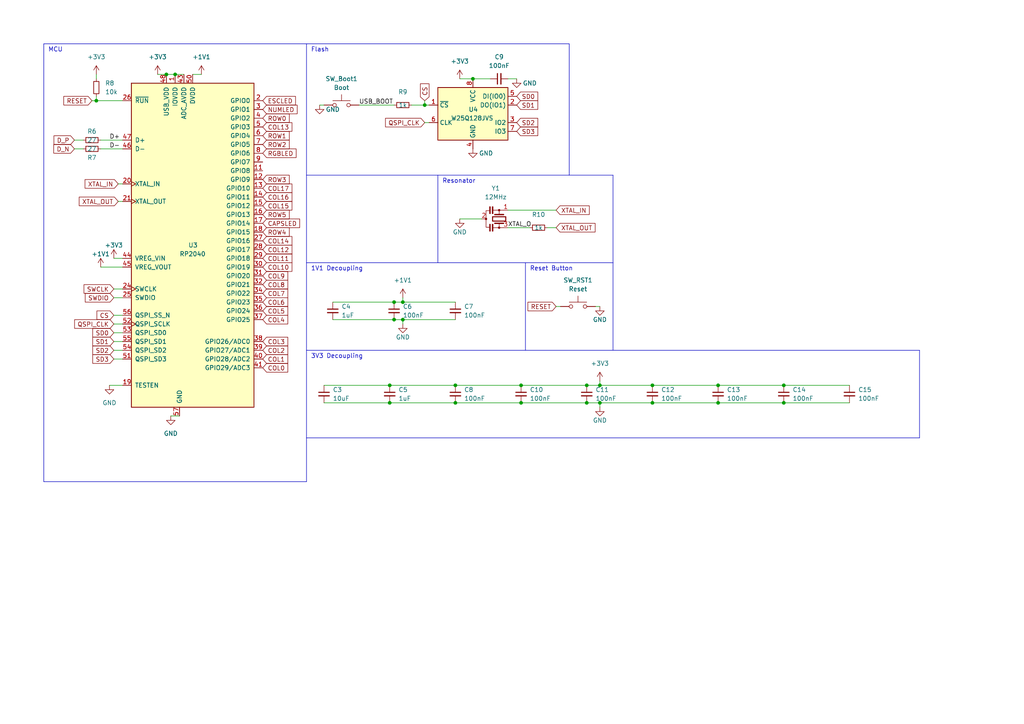
<source format=kicad_sch>
(kicad_sch (version 20230121) (generator eeschema)
  (paper "A4")
  (title_block (title "SST80") (date "2023-02-09") (rev "1.0"))
  (lib_symbols
    (symbol "Device:C_Small" (pin_numbers hide) (pin_names (offset 0.254) hide)
      (property "Reference" "C" (at 0.254 1.778 0))
      (property "Value" "C_Small" (at 0.254 -2.032 0))
      (symbol "C_Small_0_1"
        (polyline (pts (xy -1.524 -0.508) (xy 1.524 -0.508)) (stroke (width 0.3302)))
        (polyline (pts (xy -1.524 0.508) (xy 1.524 0.508)) (stroke (width 0.3048)))
      )
      (symbol "C_Small_1_1"
        (pin passive line (at 0 2.54 270) (length 2.032) (name "~") (number "1"))
        (pin passive line (at 0 -2.54 90) (length 2.032) (name "~") (number "2"))
      )
    )
    (symbol "Device:R_Small" (pin_numbers hide) (pin_names (offset 0.254) hide)
      (property "Reference" "R" (at 0.762 0.508 0))
      (property "Value" "R_Small" (at 0.762 -1.016 0))
      (symbol "R_Small_0_1"
        (rectangle (start -0.762 1.778) (end 0.762 -1.778) (stroke (width 0.2032)))
      )
      (symbol "R_Small_1_1"
        (pin passive line (at 0 2.54 270) (length 0.762) (name "~") (number "1"))
        (pin passive line (at 0 -2.54 90) (length 0.762) (name "~") (number "2"))
      )
    )
    (symbol "Device:Resonator_Small" (pin_names (offset 1.016) hide)
      (property "Reference" "Y" (at 3.175 1.905 0))
      (property "Value" "Resonator_Small" (at 3.175 0 0))
      (symbol "Resonator_Small_0_1"
        (rectangle (start -3.556 -2.54) (end -1.524 -2.794) (fill (type outline)))
        (rectangle (start -3.556 -1.778) (end -1.524 -2.032) (fill (type outline)))
        (circle (center -2.54 0) (radius 0.254) (fill (type outline)))
        (rectangle (start -0.635 1.905) (end 0.635 -1.905) (stroke (width 0.3048)))
        (circle (center 0 -3.81) (radius 0.254) (fill (type outline)))
        (polyline (pts (xy -2.54 -1.778) (xy -2.54 0)))
        (polyline (pts (xy -2.54 0) (xy -1.397 0)))
        (polyline (pts (xy -2.54 1.27) (xy -2.54 0)))
        (polyline (pts (xy -1.27 -1.27) (xy -1.27 1.27)) (stroke (width 0.381)))
        (polyline (pts (xy 1.27 -1.27) (xy 1.27 1.27)) (stroke (width 0.381)))
        (polyline (pts (xy 1.27 0) (xy 2.54 0)))
        (polyline (pts (xy 2.54 0) (xy 2.54 -1.778)))
        (polyline (pts (xy 2.54 1.27) (xy 2.54 0)))
        (polyline (pts (xy 2.413 -2.794) (xy 2.413 -3.81) (xy -2.413 -3.81) (xy -2.413 -2.667)))
        (rectangle (start 1.524 -2.54) (end 3.556 -2.794) (fill (type outline)))
        (rectangle (start 1.524 -1.778) (end 3.556 -2.032) (fill (type outline)))
        (circle (center 2.54 0) (radius 0.254) (fill (type outline)))
      )
      (symbol "Resonator_Small_1_1"
        (pin passive line (at -2.54 2.54 270) (length 1.27) (name "1") (number "1"))
        (pin passive line (at 0 -5.08 90) (length 1.27) (name "2") (number "2"))
        (pin passive line (at 2.54 2.54 270) (length 1.27) (name "3") (number "3"))
      )
    )
    (symbol "Memory_Flash:W25Q128JVS"
      (property "Reference" "U" (at -8.89 8.89 0))
      (property "Value" "W25Q128JVS" (at 7.62 8.89 0))
      (symbol "W25Q128JVS_0_1"
        (rectangle (start -10.16 7.62) (end 10.16 -7.62) (stroke (width 0.254)) (fill (type background)))
      )
      (symbol "W25Q128JVS_1_1"
        (pin input line (at -12.7 2.54 0) (length 2.54) (name "~{CS}") (number "1"))
        (pin bidirectional line (at 12.7 2.54 180) (length 2.54) (name "DO(IO1)") (number "2"))
        (pin bidirectional line (at 12.7 -2.54 180) (length 2.54) (name "IO2") (number "3"))
        (pin power_in line (at 0 -10.16 90) (length 2.54) (name "GND") (number "4"))
        (pin bidirectional line (at 12.7 5.08 180) (length 2.54) (name "DI(IO0)") (number "5"))
        (pin input line (at -12.7 -2.54 0) (length 2.54) (name "CLK") (number "6"))
        (pin bidirectional line (at 12.7 -5.08 180) (length 2.54) (name "IO3") (number "7"))
        (pin power_in line (at 0 10.16 270) (length 2.54) (name "VCC") (number "8"))
      )
    )
    (symbol "Switch:SW_Push" (pin_numbers hide) (pin_names (offset 1.016) hide)
      (property "Reference" "SW" (at 1.27 2.54 0))
      (property "Value" "SW_Push" (at 0 -1.524 0))
      (symbol "SW_Push_0_1"
        (circle (center -2.032 0) (radius 0.508))
        (polyline (pts (xy 0 1.27) (xy 0 3.048)))
        (polyline (pts (xy 2.54 1.27) (xy -2.54 1.27)))
        (circle (center 2.032 0) (radius 0.508))
        (pin passive line (at -5.08 0 0) (length 2.54) (name "1") (number "1"))
        (pin passive line (at 5.08 0 180) (length 2.54) (name "2") (number "2"))
      )
    )
    (symbol "cipulot_parts:RP2040" (pin_names (offset 1.016))
      (property "Reference" "U" (at 8.89 51.435 0))
      (property "Value" "RP2040" (at 8.89 48.895 0))
      (symbol "RP2040_0_0"
        (rectangle (start -17.78 -45.72) (end 17.78 48.26) (stroke (width 0.254)) (fill (type background)))
      )
      (symbol "RP2040_1_1"
        (pin power_in line (at -5.08 50.8 270) (length 2.54) (name "IOVDD") (number "1"))
        (pin power_in line (at -5.08 50.8 270) (length 2.54) hide (name "IOVDD") (number "10"))
        (pin input line (at 20.32 22.86 180) (length 2.54) (name "GPIO8") (number "11"))
        (pin input line (at 20.32 20.32 180) (length 2.54) (name "GPIO9") (number "12"))
        (pin input line (at 20.32 17.78 180) (length 2.54) (name "GPIO10") (number "13"))
        (pin input line (at 20.32 15.24 180) (length 2.54) (name "GPIO11") (number "14"))
        (pin input line (at 20.32 12.7 180) (length 2.54) (name "GPIO12") (number "15"))
        (pin input line (at 20.32 10.16 180) (length 2.54) (name "GPIO13") (number "16"))
        (pin input line (at 20.32 7.62 180) (length 2.54) (name "GPIO14") (number "17"))
        (pin input line (at 20.32 5.08 180) (length 2.54) (name "GPIO15") (number "18"))
        (pin input line (at -20.32 -39.37 0) (length 2.54) (name "TESTEN") (number "19"))
        (pin input line (at 20.32 43.18 180) (length 2.54) (name "GPIO0") (number "2"))
        (pin input clock (at -20.32 19.05 0) (length 2.54) (name "XTAL_IN") (number "20"))
        (pin input clock (at -20.32 13.97 0) (length 2.54) (name "XTAL_OUT") (number "21"))
        (pin power_in line (at -5.08 50.8 270) (length 2.54) hide (name "IOVDD") (number "22"))
        (pin power_in line (at 0 50.8 270) (length 2.54) hide (name "DVDD") (number "23"))
        (pin input clock (at -20.32 -11.43 0) (length 2.54) (name "SWCLK") (number "24"))
        (pin bidirectional line (at -20.32 -13.97 0) (length 2.54) (name "SWDIO") (number "25"))
        (pin input line (at -20.32 43.18 0) (length 2.54) (name "~{RUN}") (number "26"))
        (pin input line (at 20.32 2.54 180) (length 2.54) (name "GPIO16") (number "27"))
        (pin input line (at 20.32 0 180) (length 2.54) (name "GPIO17") (number "28"))
        (pin input line (at 20.32 -2.54 180) (length 2.54) (name "GPIO18") (number "29"))
        (pin input line (at 20.32 40.64 180) (length 2.54) (name "GPIO1") (number "3"))
        (pin input line (at 20.32 -5.08 180) (length 2.54) (name "GPIO19") (number "30"))
        (pin input line (at 20.32 -7.62 180) (length 2.54) (name "GPIO20") (number "31"))
        (pin input line (at 20.32 -10.16 180) (length 2.54) (name "GPIO21") (number "32"))
        (pin power_in line (at -5.08 50.8 270) (length 2.54) hide (name "IOVDD") (number "33"))
        (pin input line (at 20.32 -12.7 180) (length 2.54) (name "GPIO22") (number "34"))
        (pin input line (at 20.32 -15.24 180) (length 2.54) (name "GPIO23") (number "35"))
        (pin input line (at 20.32 -17.78 180) (length 2.54) (name "GPIO24") (number "36"))
        (pin input line (at 20.32 -20.32 180) (length 2.54) (name "GPIO25") (number "37"))
        (pin input line (at 20.32 -26.67 180) (length 2.54) (name "GPIO26/ADC0") (number "38"))
        (pin input line (at 20.32 -29.21 180) (length 2.54) (name "GPIO27/ADC1") (number "39"))
        (pin input line (at 20.32 38.1 180) (length 2.54) (name "GPIO2") (number "4"))
        (pin input line (at 20.32 -31.75 180) (length 2.54) (name "GPIO28/ADC2") (number "40"))
        (pin input line (at 20.32 -34.29 180) (length 2.54) (name "GPIO29/ADC3") (number "41"))
        (pin power_in line (at -5.08 50.8 270) (length 2.54) hide (name "IOVDD") (number "42"))
        (pin power_in line (at -2.54 50.8 270) (length 2.54) (name "ADC_AVDD") (number "43"))
        (pin power_in line (at -20.32 -2.54 0) (length 2.54) (name "VREG_VIN") (number "44"))
        (pin power_out line (at -20.32 -5.08 0) (length 2.54) (name "VREG_VOUT") (number "45"))
        (pin bidirectional line (at -20.32 29.21 0) (length 2.54) (name "D-") (number "46"))
        (pin bidirectional line (at -20.32 31.75 0) (length 2.54) (name "D+") (number "47"))
        (pin power_in line (at -7.62 50.8 270) (length 2.54) (name "USB_VDD") (number "48"))
        (pin power_in line (at -5.08 50.8 270) (length 2.54) hide (name "IOVDD") (number "49"))
        (pin input line (at 20.32 35.56 180) (length 2.54) (name "GPIO3") (number "5"))
        (pin power_in line (at 0 50.8 270) (length 2.54) (name "DVDD") (number "50"))
        (pin bidirectional line (at -20.32 -31.75 0) (length 2.54) (name "QSPI_SD3") (number "51"))
        (pin input clock (at -20.32 -21.59 0) (length 2.54) (name "QSPI_SCLK") (number "52"))
        (pin bidirectional line (at -20.32 -24.13 0) (length 2.54) (name "QSPI_SD0") (number "53"))
        (pin bidirectional line (at -20.32 -29.21 0) (length 2.54) (name "QSPI_SD2") (number "54"))
        (pin bidirectional line (at -20.32 -26.67 0) (length 2.54) (name "QSPI_SD1") (number "55"))
        (pin bidirectional line (at -20.32 -19.05 0) (length 2.54) (name "QSPI_SS_N") (number "56"))
        (pin power_in line (at -3.81 -48.26 90) (length 2.54) (name "GND") (number "57"))
        (pin input line (at 20.32 33.02 180) (length 2.54) (name "GPIO4") (number "6"))
        (pin input line (at 20.32 30.48 180) (length 2.54) (name "GPIO5") (number "7"))
        (pin input line (at 20.32 27.94 180) (length 2.54) (name "GPIO6") (number "8"))
        (pin input line (at 20.32 25.4 180) (length 2.54) (name "GPIO7") (number "9"))
      )
    )
    (symbol "power:+1V1" (power) (pin_names (offset 0))
      (property "Value" "+1V1" (at 0 3.556 0))
      (symbol "+1V1_0_1"
        (polyline (pts (xy -0.762 1.27) (xy 0 2.54)))
        (polyline (pts (xy 0 0) (xy 0 2.54)))
        (polyline (pts (xy 0 2.54) (xy 0.762 1.27)))
      )
      (symbol "+1V1_1_1"
        (pin power_in line (at 0 0 90) (length 0) hide (name "+1V1") (number "1"))
      )
    )
    (symbol "power:+3V3" (power) (pin_names (offset 0))
      (property "Value" "+3V3" (at 0 3.556 0))
      (symbol "+3V3_0_1"
        (polyline (pts (xy -0.762 1.27) (xy 0 2.54)))
        (polyline (pts (xy 0 0) (xy 0 2.54)))
        (polyline (pts (xy 0 2.54) (xy 0.762 1.27)))
      )
      (symbol "+3V3_1_1"
        (pin power_in line (at 0 0 90) (length 0) hide (name "+3V3") (number "1"))
      )
    )
    (symbol "power:GND" (power) (pin_names (offset 0))
      (property "Value" "GND" (at 0 -3.81 0))
      (symbol "GND_0_1"
        (polyline (pts (xy 0 0) (xy 0 -1.27) (xy 1.27 -1.27) (xy 0 -2.54) (xy -1.27 -1.27) (xy 0 -1.27)))
      )
      (symbol "GND_1_1"
        (pin power_in line (at 0 0 270) (length 0) hide (name "GND") (number "1"))
      )
    )
  )
  (junction (at 189.23 111.76))
  (junction (at 189.23 116.84))
  (junction (at 123.19 30.48))
  (junction (at 227.33 111.76))
  (junction (at 208.28 116.84))
  (junction (at 208.28 111.76))
  (junction (at 137.16 22.86))
  (junction (at 113.03 116.84))
  (junction (at 114.3 92.71))
  (junction (at 132.08 116.84))
  (junction (at 27.94 29.21))
  (junction (at 48.26 21.59))
  (junction (at 151.13 111.76))
  (junction (at 113.03 111.76))
  (junction (at 173.99 111.76))
  (junction (at 116.84 87.63))
  (junction (at 114.3 87.63))
  (junction (at 173.99 116.84))
  (junction (at 170.18 116.84))
  (junction (at 170.18 111.76))
  (junction (at 132.08 111.76))
  (junction (at 116.84 92.71))
  (junction (at 50.8 21.59))
  (junction (at 227.33 116.84))
  (junction (at 151.13 116.84))
  (wire (pts (xy 170.18 111.76) (xy 173.99 111.76)))
  (wire (pts (xy 33.02 86.36) (xy 35.56 86.36)))
  (wire (pts (xy 96.52 92.71) (xy 114.3 92.71)))
  (wire (pts (xy 189.23 116.84) (xy 208.28 116.84)))
  (wire (pts (xy 116.84 86.36) (xy 116.84 87.63)))
  (polyline (pts (xy 152.4 101.6) (xy 266.7 101.6)))
  (polyline (pts (xy 152.4 76.2) (xy 152.4 101.6)))
  (wire (pts (xy 49.53 120.65) (xy 52.07 120.65)))
  (wire (pts (xy 132.08 111.76) (xy 151.13 111.76)))
  (wire (pts (xy 208.28 116.84) (xy 227.33 116.84)))
  (wire (pts (xy 29.21 40.64) (xy 35.56 40.64)))
  (polyline (pts (xy 12.7 12.7) (xy 88.9 12.7)))
  (wire (pts (xy 123.19 30.48) (xy 124.46 30.48)))
  (wire (pts (xy 48.26 21.59) (xy 50.8 21.59)))
  (wire (pts (xy 114.3 92.71) (xy 116.84 92.71)))
  (wire (pts (xy 96.52 87.63) (xy 114.3 87.63)))
  (polyline (pts (xy 165.1 50.8) (xy 88.9 50.8)))
  (polyline (pts (xy 165.1 50.8) (xy 177.8 50.8)))
  (wire (pts (xy 208.28 111.76) (xy 227.33 111.76)))
  (wire (pts (xy 147.32 66.04) (xy 153.67 66.04)))
  (wire (pts (xy 33.02 96.52) (xy 35.56 96.52)))
  (wire (pts (xy 173.99 110.49) (xy 173.99 111.76)))
  (wire (pts (xy 33.02 74.93) (xy 35.56 74.93)))
  (wire (pts (xy 158.75 66.04) (xy 161.29 66.04)))
  (wire (pts (xy 137.16 22.86) (xy 142.24 22.86)))
  (wire (pts (xy 27.94 21.59) (xy 27.94 22.86)))
  (polyline (pts (xy 177.8 50.8) (xy 177.8 76.2)))
  (wire (pts (xy 33.02 101.6) (xy 35.56 101.6)))
  (polyline (pts (xy 266.7 101.6) (xy 266.7 127)))
  (polyline (pts (xy 127 50.8) (xy 127 76.2)))
  (polyline (pts (xy 88.9 139.7) (xy 12.7 139.7)))
  (wire (pts (xy 31.75 111.76) (xy 35.56 111.76)))
  (wire (pts (xy 114.3 87.63) (xy 116.84 87.63)))
  (wire (pts (xy 45.72 21.59) (xy 48.26 21.59)))
  (wire (pts (xy 147.32 60.96) (xy 161.29 60.96)))
  (wire (pts (xy 116.84 87.63) (xy 132.08 87.63)))
  (wire (pts (xy 147.32 22.86) (xy 149.86 22.86)))
  (wire (pts (xy 33.02 91.44) (xy 35.56 91.44)))
  (wire (pts (xy 104.14 30.48) (xy 114.3 30.48)))
  (wire (pts (xy 151.13 116.84) (xy 170.18 116.84)))
  (wire (pts (xy 34.29 53.34) (xy 35.56 53.34)))
  (wire (pts (xy 33.02 93.98) (xy 35.56 93.98)))
  (wire (pts (xy 173.99 118.11) (xy 173.99 116.84)))
  (wire (pts (xy 21.59 43.18) (xy 24.13 43.18)))
  (polyline (pts (xy 127 76.2) (xy 88.9 76.2)))
  (wire (pts (xy 227.33 116.84) (xy 246.38 116.84)))
  (wire (pts (xy 189.23 111.76) (xy 208.28 111.76)))
  (wire (pts (xy 173.99 111.76) (xy 189.23 111.76)))
  (wire (pts (xy 33.02 99.06) (xy 35.56 99.06)))
  (wire (pts (xy 34.29 58.42) (xy 35.56 58.42)))
  (wire (pts (xy 133.35 22.86) (xy 137.16 22.86)))
  (wire (pts (xy 29.21 77.47) (xy 35.56 77.47)))
  (wire (pts (xy 29.21 43.18) (xy 35.56 43.18)))
  (wire (pts (xy 26.67 29.21) (xy 27.94 29.21)))
  (wire (pts (xy 93.98 116.84) (xy 113.03 116.84)))
  (polyline (pts (xy 12.7 12.7) (xy 12.7 139.7)))
  (wire (pts (xy 161.29 88.9) (xy 162.56 88.9)))
  (wire (pts (xy 132.08 116.84) (xy 151.13 116.84)))
  (wire (pts (xy 92.71 30.48) (xy 93.98 30.48)))
  (polyline (pts (xy 88.9 12.7) (xy 165.1 12.7)))
  (wire (pts (xy 113.03 116.84) (xy 132.08 116.84)))
  (wire (pts (xy 172.72 88.9) (xy 173.99 88.9)))
  (wire (pts (xy 123.19 29.21) (xy 123.19 30.48)))
  (polyline (pts (xy 152.4 101.6) (xy 88.9 101.6)))
  (wire (pts (xy 116.84 92.71) (xy 132.08 92.71)))
  (wire (pts (xy 170.18 116.84) (xy 173.99 116.84)))
  (polyline (pts (xy 177.8 76.2) (xy 177.8 101.6)))
  (polyline (pts (xy 177.8 76.2) (xy 127 76.2)))
  (wire (pts (xy 27.94 27.94) (xy 27.94 29.21)))
  (wire (pts (xy 227.33 111.76) (xy 246.38 111.76)))
  (wire (pts (xy 113.03 111.76) (xy 132.08 111.76)))
  (wire (pts (xy 21.59 40.64) (xy 24.13 40.64)))
  (wire (pts (xy 33.02 83.82) (xy 35.56 83.82)))
  (wire (pts (xy 119.38 30.48) (xy 123.19 30.48)))
  (polyline (pts (xy 165.1 12.7) (xy 165.1 50.8)))
  (polyline (pts (xy 88.9 12.7) (xy 88.9 139.7)))
  (wire (pts (xy 50.8 21.59) (xy 53.34 21.59)))
  (wire (pts (xy 116.84 93.98) (xy 116.84 92.71)))
  (wire (pts (xy 123.19 35.56) (xy 124.46 35.56)))
  (wire (pts (xy 93.98 111.76) (xy 113.03 111.76)))
  (wire (pts (xy 151.13 111.76) (xy 170.18 111.76)))
  (wire (pts (xy 27.94 29.21) (xy 35.56 29.21)))
  (wire (pts (xy 133.35 63.5) (xy 139.7 63.5)))
  (wire (pts (xy 55.88 21.59) (xy 58.42 21.59)))
  (polyline (pts (xy 266.7 127) (xy 88.9 127)))
  (wire (pts (xy 33.02 104.14) (xy 35.56 104.14)))
  (wire (pts (xy 173.99 116.84) (xy 189.23 116.84)))
  (text "Flash" (at 90.17 15.24 0) (effects (font (size 1.27 1.27)) (justify left bottom)))
  (text "1V1 Decoupling" (at 90.17 78.74 0) (effects (font (size 1.27 1.27)) (justify left bottom)))
  (text "3V3 Decoupling" (at 90.17 104.14 0) (effects (font (size 1.27 1.27)) (justify left bottom)))
  (text "Reset Button" (at 153.67 78.74 0) (effects (font (size 1.27 1.27)) (justify left bottom)))
  (text "MCU" (at 13.97 15.24 0) (effects (font (size 1.27 1.27)) (justify left bottom)))
  (text "Resonator" (at 128.27 53.34 0) (effects (font (size 1.27 1.27)) (justify left bottom)))
  (label "XTAL_O" (at 147.32 66.04 0))
  (label "D-" (at 31.75 43.18 0))
  (label "D+" (at 31.75 40.64 0))
  (label "USB_BOOT" (at 104.14 30.48 0))
  (global_label "RGBLED" (shape input) (at 76.2 44.45 0) (property "Intersheetrefs" "${INTERSHEET_REFS}" (effects hide)))
  (global_label "ROW3" (shape input) (at 76.2 52.07 0) (property "Intersheetrefs" "${INTERSHEET_REFS}" (effects hide)))
  (global_label "XTAL_OUT" (shape input) (at 34.29 58.42 180) (property "Intersheetrefs" "${INTERSHEET_REFS}" (effects hide)))
  (global_label "SWDIO" (shape input) (at 33.02 86.36 180) (property "Intersheetrefs" "${INTERSHEET_REFS}" (effects hide)))
  (global_label "CAPSLED" (shape input) (at 76.2 64.77 0) (property "Intersheetrefs" "${INTERSHEET_REFS}" (effects hide)))
  (global_label "ROW2" (shape input) (at 76.2 41.91 0) (property "Intersheetrefs" "${INTERSHEET_REFS}" (effects hide)))
  (global_label "D_N" (shape input) (at 21.59 43.18 180) (property "Intersheetrefs" "${INTERSHEET_REFS}" (effects hide)))
  (global_label "COL4" (shape input) (at 76.2 92.71 0) (property "Intersheetrefs" "${INTERSHEET_REFS}" (effects hide)))
  (global_label "COL16" (shape input) (at 76.2 57.15 0) (property "Intersheetrefs" "${INTERSHEET_REFS}" (effects hide)))
  (global_label "SD2" (shape input) (at 33.02 101.6 180) (property "Intersheetrefs" "${INTERSHEET_REFS}" (effects hide)))
  (global_label "SD3" (shape input) (at 33.02 104.14 180) (property "Intersheetrefs" "${INTERSHEET_REFS}" (effects hide)))
  (global_label "COL2" (shape input) (at 76.2 101.6 0) (property "Intersheetrefs" "${INTERSHEET_REFS}" (effects hide)))
  (global_label "NUMLED" (shape input) (at 76.2 31.75 0) (property "Intersheetrefs" "${INTERSHEET_REFS}" (effects hide)))
  (global_label "D_P" (shape input) (at 21.59 40.64 180) (property "Intersheetrefs" "${INTERSHEET_REFS}" (effects hide)))
  (global_label "SD1" (shape input) (at 149.86 30.48 0) (property "Intersheetrefs" "${INTERSHEET_REFS}" (effects hide)))
  (global_label "ROW0" (shape input) (at 76.2 34.29 0) (property "Intersheetrefs" "${INTERSHEET_REFS}" (effects hide)))
  (global_label "COL1" (shape input) (at 76.2 104.14 0) (property "Intersheetrefs" "${INTERSHEET_REFS}" (effects hide)))
  (global_label "COL8" (shape input) (at 76.2 82.55 0) (property "Intersheetrefs" "${INTERSHEET_REFS}" (effects hide)))
  (global_label "ROW5" (shape input) (at 76.2 62.23 0) (property "Intersheetrefs" "${INTERSHEET_REFS}" (effects hide)))
  (global_label "CS" (shape input) (at 123.19 29.21 90) (property "Intersheetrefs" "${INTERSHEET_REFS}" (effects hide)))
  (global_label "COL10" (shape input) (at 76.2 77.47 0) (property "Intersheetrefs" "${INTERSHEET_REFS}" (effects hide)))
  (global_label "COL13" (shape input) (at 76.2 36.83 0) (property "Intersheetrefs" "${INTERSHEET_REFS}" (effects hide)))
  (global_label "SD0" (shape input) (at 33.02 96.52 180) (property "Intersheetrefs" "${INTERSHEET_REFS}" (effects hide)))
  (global_label "XTAL_OUT" (shape input) (at 161.29 66.04 0) (property "Intersheetrefs" "${INTERSHEET_REFS}" (effects hide)))
  (global_label "COL14" (shape input) (at 76.2 69.85 0) (property "Intersheetrefs" "${INTERSHEET_REFS}" (effects hide)))
  (global_label "QSPI_CLK" (shape input) (at 33.02 93.98 180) (property "Intersheetrefs" "${INTERSHEET_REFS}" (effects hide)))
  (global_label "RESET" (shape input) (at 26.67 29.21 180) (property "Intersheetrefs" "${INTERSHEET_REFS}" (effects hide)))
  (global_label "COL3" (shape input) (at 76.2 99.06 0) (property "Intersheetrefs" "${INTERSHEET_REFS}" (effects hide)))
  (global_label "ROW4" (shape input) (at 76.2 67.31 0) (property "Intersheetrefs" "${INTERSHEET_REFS}" (effects hide)))
  (global_label "SD0" (shape input) (at 149.86 27.94 0) (property "Intersheetrefs" "${INTERSHEET_REFS}" (effects hide)))
  (global_label "COL17" (shape input) (at 76.2 54.61 0) (property "Intersheetrefs" "${INTERSHEET_REFS}" (effects hide)))
  (global_label "SD1" (shape input) (at 33.02 99.06 180) (property "Intersheetrefs" "${INTERSHEET_REFS}" (effects hide)))
  (global_label "COL5" (shape input) (at 76.2 90.17 0) (property "Intersheetrefs" "${INTERSHEET_REFS}" (effects hide)))
  (global_label "COL6" (shape input) (at 76.2 87.63 0) (property "Intersheetrefs" "${INTERSHEET_REFS}" (effects hide)))
  (global_label "ROW1" (shape input) (at 76.2 39.37 0) (property "Intersheetrefs" "${INTERSHEET_REFS}" (effects hide)))
  (global_label "RESET" (shape input) (at 161.29 88.9 180) (property "Intersheetrefs" "${INTERSHEET_REFS}" (effects hide)))
  (global_label "CS" (shape input) (at 33.02 91.44 180) (property "Intersheetrefs" "${INTERSHEET_REFS}" (effects hide)))
  (global_label "COL0" (shape input) (at 76.2 106.68 0) (property "Intersheetrefs" "${INTERSHEET_REFS}" (effects hide)))
  (global_label "QSPI_CLK" (shape input) (at 123.19 35.56 180) (property "Intersheetrefs" "${INTERSHEET_REFS}" (effects hide)))
  (global_label "ESCLED" (shape input) (at 76.2 29.21 0) (property "Intersheetrefs" "${INTERSHEET_REFS}" (effects hide)))
  (global_label "COL9" (shape input) (at 76.2 80.01 0) (property "Intersheetrefs" "${INTERSHEET_REFS}" (effects hide)))
  (global_label "XTAL_IN" (shape input) (at 34.29 53.34 180) (property "Intersheetrefs" "${INTERSHEET_REFS}" (effects hide)))
  (global_label "COL7" (shape input) (at 76.2 85.09 0) (property "Intersheetrefs" "${INTERSHEET_REFS}" (effects hide)))
  (global_label "COL15" (shape input) (at 76.2 59.69 0) (property "Intersheetrefs" "${INTERSHEET_REFS}" (effects hide)))
  (global_label "SD2" (shape input) (at 149.86 35.56 0) (property "Intersheetrefs" "${INTERSHEET_REFS}" (effects hide)))
  (global_label "SD3" (shape input) (at 149.86 38.1 0) (property "Intersheetrefs" "${INTERSHEET_REFS}" (effects hide)))
  (global_label "COL12" (shape input) (at 76.2 72.39 0) (property "Intersheetrefs" "${INTERSHEET_REFS}" (effects hide)))
  (global_label "XTAL_IN" (shape input) (at 161.29 60.96 0) (property "Intersheetrefs" "${INTERSHEET_REFS}" (effects hide)))
  (global_label "COL11" (shape input) (at 76.2 74.93 0) (property "Intersheetrefs" "${INTERSHEET_REFS}" (effects hide)))
  (global_label "SWCLK" (shape input) (at 33.02 83.82 180) (property "Intersheetrefs" "${INTERSHEET_REFS}" (effects hide)))
  (symbol (lib_id "Switch:SW_Push") (at 99.06 30.48 0) (unit 1)
    (property "Reference" "SW_Boot1" (at 99.06 22.86 0))
    (property "Value" "Boot" (at 99.06 25.4 0))
    (property "Footprint" "Button_Switch_SMD:SW_SPST_TL3342" (effects hide))
  )
  (symbol (lib_id "power:+1V1") (at 29.21 77.47 0) (unit 1)
    (property "Reference" "#PWR0125" (effects hide))
    (property "Value" "+1V1" (at 29.21 73.66 0))
  )
  (symbol (lib_id "Device:C_Small") (at 113.03 114.3 0) (unit 1)
    (property "Reference" "C5" (at 115.57 113.0362 0) (effects (justify left)))
    (property "Value" "1uF" (at 115.57 115.5762 0) (effects (justify left)))
    (property "Footprint" "Capacitor_SMD:C_0402_1005Metric" (effects hide))
  )
  (symbol (lib_id "Switch:SW_Push") (at 167.64 88.9 0) (unit 1)
    (property "Reference" "SW_RST1" (at 167.64 81.28 0))
    (property "Value" "Reset" (at 167.64 83.82 0))
    (property "Footprint" "Button_Switch_SMD:SW_SPST_TL3342" (effects hide))
  )
  (symbol (lib_id "Device:C_Small") (at 227.33 114.3 0) (unit 1)
    (property "Reference" "C14" (at 229.87 113.0362 0) (effects (justify left)))
    (property "Value" "100nF" (at 229.87 115.5762 0) (effects (justify left)))
    (property "Footprint" "Capacitor_SMD:C_0402_1005Metric" (effects hide))
  )
  (symbol (lib_id "Device:C_Small") (at 93.98 114.3 0) (unit 1)
    (property "Reference" "C3" (at 96.52 113.0362 0) (effects (justify left)))
    (property "Value" "10uF" (at 96.52 115.5762 0) (effects (justify left)))
    (property "Footprint" "Capacitor_SMD:C_0402_1005Metric" (effects hide))
  )
  (symbol (lib_id "Device:R_Small") (at 27.94 25.4 0) (unit 1)
    (property "Reference" "R8" (at 30.48 24.1299 0) (effects (justify left)))
    (property "Value" "10k" (at 30.48 26.6699 0) (effects (justify left)))
    (property "Footprint" "Resistor_SMD:R_0402_1005Metric" (effects hide))
  )
  (symbol (lib_id "power:GND") (at 137.16 43.18 0) (unit 1)
    (property "Reference" "#PWR0129" (effects hide))
    (property "Value" "GND" (at 140.97 44.45 0))
  )
  (symbol (lib_id "power:+1V1") (at 116.84 86.36 0) (unit 1)
    (property "Reference" "#PWR0136" (effects hide))
    (property "Value" "+1V1" (at 116.84 81.28 0))
  )
  (symbol (lib_id "power:GND") (at 31.75 111.76 0) (unit 1)
    (property "Reference" "#PWR0126" (effects hide))
    (property "Value" "GND" (at 31.75 116.84 0))
  )
  (symbol (lib_id "power:GND") (at 49.53 120.65 0) (unit 1)
    (property "Reference" "#PWR0127" (effects hide))
    (property "Value" "GND" (at 49.53 125.73 0))
  )
  (symbol (lib_id "Device:R_Small") (at 26.67 43.18 90) (unit 1)
    (property "Reference" "R7" (at 26.67 45.72 90))
    (property "Value" "27" (at 26.67 43.18 90))
    (property "Footprint" "Resistor_SMD:R_0402_1005Metric" (effects hide))
  )
  (symbol (lib_id "Device:C_Small") (at 189.23 114.3 0) (unit 1)
    (property "Reference" "C12" (at 191.77 113.0362 0) (effects (justify left)))
    (property "Value" "100nF" (at 191.77 115.5762 0) (effects (justify left)))
    (property "Footprint" "Capacitor_SMD:C_0402_1005Metric" (effects hide))
  )
  (symbol (lib_id "power:+3V3") (at 33.02 74.93 0) (unit 1)
    (property "Reference" "#PWR0124" (effects hide))
    (property "Value" "+3V3" (at 33.02 71.12 0))
  )
  (symbol (lib_id "power:+3V3") (at 45.72 21.59 0) (unit 1)
    (property "Reference" "#PWR0122" (effects hide))
    (property "Value" "+3V3" (at 45.72 16.51 0))
  )
  (symbol (lib_id "Device:C_Small") (at 246.38 114.3 0) (unit 1)
    (property "Reference" "C15" (at 248.92 113.0362 0) (effects (justify left)))
    (property "Value" "100nF" (at 248.92 115.5762 0) (effects (justify left)))
    (property "Footprint" "Capacitor_SMD:C_0402_1005Metric" (effects hide))
  )
  (symbol (lib_id "Device:C_Small") (at 132.08 114.3 0) (unit 1)
    (property "Reference" "C8" (at 134.62 113.0362 0) (effects (justify left)))
    (property "Value" "100nF" (at 134.62 115.5762 0) (effects (justify left)))
    (property "Footprint" "Capacitor_SMD:C_0402_1005Metric" (effects hide))
  )
  (symbol (lib_id "power:+3V3") (at 173.99 110.49 0) (unit 1)
    (property "Reference" "#PWR0131" (effects hide))
    (property "Value" "+3V3" (at 173.99 105.41 0))
  )
  (symbol (lib_id "Device:C_Small") (at 208.28 114.3 0) (unit 1)
    (property "Reference" "C13" (at 210.82 113.0362 0) (effects (justify left)))
    (property "Value" "100nF" (at 210.82 115.5762 0) (effects (justify left)))
    (property "Footprint" "Capacitor_SMD:C_0402_1005Metric" (effects hide))
  )
  (symbol (lib_id "power:GND") (at 173.99 118.11 0) (unit 1)
    (property "Reference" "#PWR0139" (effects hide))
    (property "Value" "GND" (at 173.99 121.92 0))
  )
  (symbol (lib_id "Device:C_Small") (at 151.13 114.3 0) (unit 1)
    (property "Reference" "C10" (at 153.67 113.0362 0) (effects (justify left)))
    (property "Value" "100nF" (at 153.67 115.5762 0) (effects (justify left)))
    (property "Footprint" "Capacitor_SMD:C_0402_1005Metric" (effects hide))
  )
  (symbol (lib_id "power:+1V1") (at 58.42 21.59 0) (unit 1)
    (property "Reference" "#PWR0123" (effects hide))
    (property "Value" "+1V1" (at 58.42 16.51 0))
  )
  (symbol (lib_id "Device:R_Small") (at 156.21 66.04 90) (unit 1)
    (property "Reference" "R10" (at 156.21 62.23 90))
    (property "Value" "1k" (at 156.21 66.04 90))
    (property "Footprint" "Resistor_SMD:R_0402_1005Metric" (effects hide))
  )
  (symbol (lib_id "Device:C_Small") (at 96.52 90.17 0) (unit 1)
    (property "Reference" "C4" (at 99.06 88.9062 0) (effects (justify left)))
    (property "Value" "1uF" (at 99.06 91.4462 0) (effects (justify left)))
    (property "Footprint" "Capacitor_SMD:C_0402_1005Metric" (effects hide))
  )
  (symbol (lib_id "power:GND") (at 149.86 22.86 0) (unit 1)
    (property "Reference" "#PWR0128" (effects hide))
    (property "Value" "GND" (at 153.67 24.13 0))
  )
  (symbol (lib_id "Device:C_Small") (at 144.78 22.86 90) (unit 1)
    (property "Reference" "C9" (at 144.7863 16.51 90))
    (property "Value" "100nF" (at 144.7863 19.05 90))
    (property "Footprint" "Capacitor_SMD:C_0402_1005Metric" (effects hide))
  )
  (symbol (lib_id "power:GND") (at 116.84 93.98 0) (unit 1)
    (property "Reference" "#PWR0135" (effects hide))
    (property "Value" "GND" (at 116.84 97.79 0))
  )
  (symbol (lib_id "power:+3V3") (at 133.35 22.86 0) (unit 1)
    (property "Reference" "#PWR0138" (effects hide))
    (property "Value" "+3V3" (at 133.35 17.78 0))
  )
  (symbol (lib_id "Device:C_Small") (at 170.18 114.3 0) (unit 1)
    (property "Reference" "C11" (at 172.72 113.0362 0) (effects (justify left)))
    (property "Value" "100nF" (at 172.72 115.5762 0) (effects (justify left)))
    (property "Footprint" "Capacitor_SMD:C_0402_1005Metric" (effects hide))
  )
  (symbol (lib_id "Device:C_Small") (at 132.08 90.17 0) (unit 1)
    (property "Reference" "C7" (at 134.62 88.9062 0) (effects (justify left)))
    (property "Value" "100nF" (at 134.62 91.4462 0) (effects (justify left)))
    (property "Footprint" "Capacitor_SMD:C_0402_1005Metric" (effects hide))
  )
  (symbol (lib_id "Memory_Flash:W25Q128JVS") (at 137.16 33.02 0) (unit 1)
    (property "Reference" "U4" (at 135.89 31.75 0) (effects (justify left)))
    (property "Value" "W25Q128JVS" (at 130.81 34.29 0) (effects (justify left)))
    (property "Footprint" "Package_SO:SOIC-8_5.23x5.23mm_P1.27mm" (effects hide))
    (property "Datasheet" "http://www.winbond.com/resource-files/w25q128jv_dtr%20revc%2003272018%20plus.pdf" (effects hide))
  )
  (symbol (lib_id "Device:Resonator_Small") (at 144.78 63.5 270) (unit 1)
    (property "Reference" "Y1" (at 143.7767 54.61 90))
    (property "Value" "12MHz" (at 143.7767 57.15 90))
    (property "Footprint" "Crystal:Resonator_SMD_Murata_CSTxExxV-3Pin_3.0x1.1mm" (effects hide))
  )
  (symbol (lib_id "cipulot_parts:RP2040") (at 55.88 72.39 0) (unit 1)
    (property "Reference" "U3" (at 54.61 71.12 0) (effects (justify left)))
    (property "Value" "RP2040" (at 52.07 73.66 0) (effects (justify left)))
    (property "Footprint" "cipulot_parts:RP2040-QFN-56" (effects hide))
    (property "Datasheet" "https://datasheets.raspberrypi.com/rp2040/rp2040-datasheet.pdf" (effects hide))
  )
  (symbol (lib_id "power:GND") (at 133.35 63.5 0) (unit 1)
    (property "Reference" "#PWR0134" (effects hide))
    (property "Value" "GND" (at 133.35 67.31 0))
  )
  (symbol (lib_id "power:GND") (at 173.99 88.9 0) (unit 1)
    (property "Reference" "#PWR0137" (effects hide))
    (property "Value" "GND" (at 173.99 92.71 0))
  )
  (symbol (lib_id "power:GND") (at 92.71 30.48 0) (unit 1)
    (property "Reference" "#PWR0130" (effects hide))
    (property "Value" "GND" (at 96.52 31.75 0))
  )
  (symbol (lib_id "Device:C_Small") (at 114.3 90.17 0) (unit 1)
    (property "Reference" "C6" (at 116.84 88.9062 0) (effects (justify left)))
    (property "Value" "100nF" (at 116.84 91.4462 0) (effects (justify left)))
    (property "Footprint" "Capacitor_SMD:C_0402_1005Metric" (effects hide))
  )
  (symbol (lib_id "power:+3V3") (at 27.94 21.59 0) (unit 1)
    (property "Reference" "#PWR0121" (effects hide))
    (property "Value" "+3V3" (at 27.94 16.51 0))
  )
  (symbol (lib_id "Device:R_Small") (at 116.84 30.48 90) (unit 1)
    (property "Reference" "R9" (at 116.84 26.67 90))
    (property "Value" "1k" (at 116.84 30.48 90))
    (property "Footprint" "Resistor_SMD:R_0402_1005Metric" (effects hide))
  )
  (symbol (lib_id "Device:R_Small") (at 26.67 40.64 90) (unit 1)
    (property "Reference" "R6" (at 26.67 38.1 90))
    (property "Value" "27" (at 26.67 40.64 90))
    (property "Footprint" "Resistor_SMD:R_0402_1005Metric" (effects hide))
  )
)
</source>
